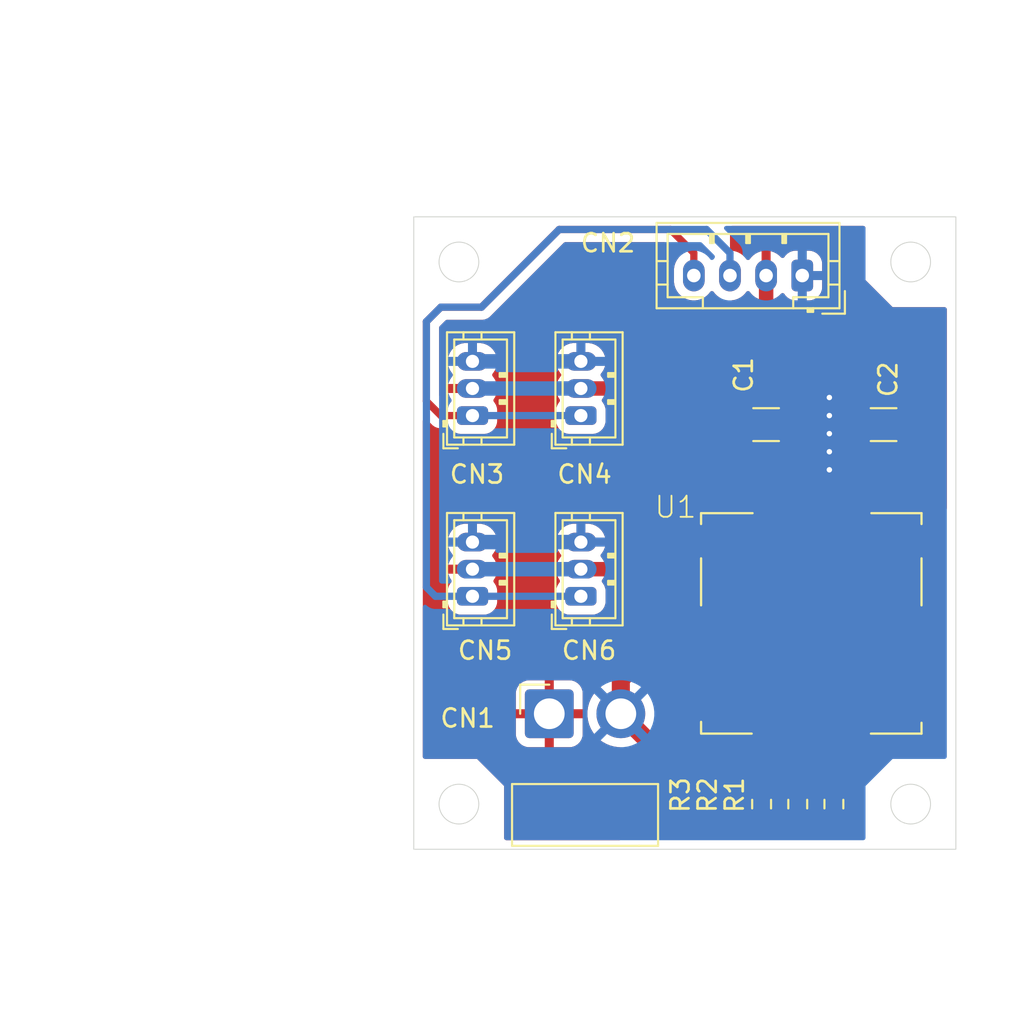
<source format=kicad_pcb>
(kicad_pcb (version 20241229) (generator "pcbnew") (generator_version "9.0")
  (layers (0 "F.Cu" signal) (2 "B.Cu" signal) (13 "F.Paste" user) (15 "B.Paste" user) (5 "F.SilkS" user "F.Silkscreen") (7 "B.SilkS" user "B.Silkscreen") (1 "F.Mask" user) (3 "B.Mask" user) (25 "Edge.Cuts" user))
  (net 0 "")
  (net 1 "GND")
  (net 2 "VM")
  (net 3 "5VM")
  (net 4 "/SERIAL1")
  (net 5 "/SERIAL2")
  (net 6 "Net-(U1-TRIM)")
  (net 7 "Net-(R1-Pad2)")
  (net 8 "Net-(R2-Pad2)")
  (footprint "Connector_JST:JST_ZH_B3B-ZR_1x03_P1.50mm_Vertical" (layer "F.Cu") (at 53.25 61 90)
    (property "Reference" "CN3" (at -3.25 0.25 0) (layer "F.SilkS"))
    (property "Value" "B3B-ZR")
    (fp_line (start -0.3 -1.61) (end -0.6 -1.61) (stroke (width 0.12)) (layer "F.SilkS"))
    (fp_line (start -0.6 -1.61) (end -0.6 -1.41) (stroke (width 0.12)) (layer "F.SilkS"))
    (fp_line (start -1.01 -1.61) (end -1.81 -1.61) (stroke (width 0.12)) (layer "F.SilkS"))
    (fp_line (start -1.81 -1.61) (end -1.81 -0.81) (stroke (width 0.12)) (layer "F.SilkS"))
    (fp_line (start -0.3 -1.51) (end -0.6 -1.51) (stroke (width 0.12)) (layer "F.SilkS"))
    (fp_line (start 4.61 -1.41) (end -1.61 -1.41) (stroke (width 0.12)) (layer "F.SilkS"))
    (fp_line (start -0.3 -1.41) (end -0.3 -1.61) (stroke (width 0.12)) (layer "F.SilkS"))
    (fp_line (start -1.61 -1.41) (end -1.61 2.31) (stroke (width 0.12)) (layer "F.SilkS"))
    (fp_line (start 4.21 -1.01) (end -1.21 -1.01) (stroke (width 0.12)) (layer "F.SilkS"))
    (fp_line (start -1.21 -1.01) (end -1.21 1.91) (stroke (width 0.12)) (layer "F.SilkS"))
    (fp_line (start 4.61 -0.5) (end 4.21 -0.5) (stroke (width 0.12)) (layer "F.SilkS"))
    (fp_line (start -1.61 -0.5) (end -1.21 -0.5) (stroke (width 0.12)) (layer "F.SilkS"))
    (fp_line (start 4.61 0.5) (end 4.21 0.5) (stroke (width 0.12)) (layer "F.SilkS"))
    (fp_line (start -1.61 0.5) (end -1.21 0.5) (stroke (width 0.12)) (layer "F.SilkS"))
    (fp_line (start 2.35 1.51) (end 2.35 1.91) (stroke (width 0.12)) (layer "F.SilkS"))
    (fp_line (start 2.15 1.51) (end 2.35 1.51) (stroke (width 0.12)) (layer "F.SilkS"))
    (fp_line (start 0.85 1.51) (end 0.85 1.91) (stroke (width 0.12)) (layer "F.SilkS"))
    (fp_line (start 0.65 1.51) (end 0.85 1.51) (stroke (width 0.12)) (layer "F.SilkS"))
    (fp_line (start 4.21 1.91) (end 4.21 -1.01) (stroke (width 0.12)) (layer "F.SilkS"))
    (fp_line (start 2.25 1.91) (end 2.25 1.51) (stroke (width 0.12)) (layer "F.SilkS"))
    (fp_line (start 2.15 1.91) (end 2.15 1.51) (stroke (width 0.12)) (layer "F.SilkS"))
    (fp_line (start 0.75 1.91) (end 0.75 1.51) (stroke (width 0.12)) (layer "F.SilkS"))
    (fp_line (start 0.65 1.91) (end 0.65 1.51) (stroke (width 0.12)) (layer "F.SilkS"))
    (fp_line (start -1.21 1.91) (end 4.21 1.91) (stroke (width 0.12)) (layer "F.SilkS"))
    (fp_line (start 4.61 2.31) (end 4.61 -1.41) (stroke (width 0.12)) (layer "F.SilkS"))
    (fp_line (start -1.61 2.31) (end 4.61 2.31) (stroke (width 0.12)) (layer "F.SilkS"))
    (pad "1" thru_hole roundrect (at 0 0 90) (size 1.03 1.73) (drill 0.73) (layers "*.Cu" "*.Mask") (roundrect_rratio 0.242718) (net 4 "/SERIAL1"))
    (pad "2" thru_hole oval (at 1.5 0 90) (size 1.03 1.73) (drill 0.73) (layers "*.Cu" "*.Mask") (net 2 "VM"))
    (pad "3" thru_hole oval (at 3 0 90) (size 1.03 1.73) (drill 0.73) (layers "*.Cu" "*.Mask") (net 1 "GND"))
  )
  (footprint "Connector_JST:JST_ZH_B3B-ZR_1x03_P1.50mm_Vertical" (layer "F.Cu") (at 59.25 71 90)
    (property "Reference" "CN6" (at -3 0.45 0) (layer "F.SilkS"))
    (property "Value" "B3B-ZR")
    (fp_line (start -0.3 -1.61) (end -0.6 -1.61) (stroke (width 0.12)) (layer "F.SilkS"))
    (fp_line (start -0.6 -1.61) (end -0.6 -1.41) (stroke (width 0.12)) (layer "F.SilkS"))
    (fp_line (start -1.01 -1.61) (end -1.81 -1.61) (stroke (width 0.12)) (layer "F.SilkS"))
    (fp_line (start -1.81 -1.61) (end -1.81 -0.81) (stroke (width 0.12)) (layer "F.SilkS"))
    (fp_line (start -0.3 -1.51) (end -0.6 -1.51) (stroke (width 0.12)) (layer "F.SilkS"))
    (fp_line (start 4.61 -1.41) (end -1.61 -1.41) (stroke (width 0.12)) (layer "F.SilkS"))
    (fp_line (start -0.3 -1.41) (end -0.3 -1.61) (stroke (width 0.12)) (layer "F.SilkS"))
    (fp_line (start -1.61 -1.41) (end -1.61 2.31) (stroke (width 0.12)) (layer "F.SilkS"))
    (fp_line (start 4.21 -1.01) (end -1.21 -1.01) (stroke (width 0.12)) (layer "F.SilkS"))
    (fp_line (start -1.21 -1.01) (end -1.21 1.91) (stroke (width 0.12)) (layer "F.SilkS"))
    (fp_line (start 4.61 -0.5) (end 4.21 -0.5) (stroke (width 0.12)) (layer "F.SilkS"))
    (fp_line (start -1.61 -0.5) (end -1.21 -0.5) (stroke (width 0.12)) (layer "F.SilkS"))
    (fp_line (start 4.61 0.5) (end 4.21 0.5) (stroke (width 0.12)) (layer "F.SilkS"))
    (fp_line (start -1.61 0.5) (end -1.21 0.5) (stroke (width 0.12)) (layer "F.SilkS"))
    (fp_line (start 2.35 1.51) (end 2.35 1.91) (stroke (width 0.12)) (layer "F.SilkS"))
    (fp_line (start 2.15 1.51) (end 2.35 1.51) (stroke (width 0.12)) (layer "F.SilkS"))
    (fp_line (start 0.85 1.51) (end 0.85 1.91) (stroke (width 0.12)) (layer "F.SilkS"))
    (fp_line (start 0.65 1.51) (end 0.85 1.51) (stroke (width 0.12)) (layer "F.SilkS"))
    (fp_line (start 4.21 1.91) (end 4.21 -1.01) (stroke (width 0.12)) (layer "F.SilkS"))
    (fp_line (start 2.25 1.91) (end 2.25 1.51) (stroke (width 0.12)) (layer "F.SilkS"))
    (fp_line (start 2.15 1.91) (end 2.15 1.51) (stroke (width 0.12)) (layer "F.SilkS"))
    (fp_line (start 0.75 1.91) (end 0.75 1.51) (stroke (width 0.12)) (layer "F.SilkS"))
    (fp_line (start 0.65 1.91) (end 0.65 1.51) (stroke (width 0.12)) (layer "F.SilkS"))
    (fp_line (start -1.21 1.91) (end 4.21 1.91) (stroke (width 0.12)) (layer "F.SilkS"))
    (fp_line (start 4.61 2.31) (end 4.61 -1.41) (stroke (width 0.12)) (layer "F.SilkS"))
    (fp_line (start -1.61 2.31) (end 4.61 2.31) (stroke (width 0.12)) (layer "F.SilkS"))
    (pad "1" thru_hole roundrect (at 0 0 90) (size 1.03 1.73) (drill 0.73) (layers "*.Cu" "*.Mask") (roundrect_rratio 0.242718) (net 5 "/SERIAL2"))
    (pad "2" thru_hole oval (at 1.5 0 90) (size 1.03 1.73) (drill 0.73) (layers "*.Cu" "*.Mask") (net 2 "VM"))
    (pad "3" thru_hole oval (at 3 0 90) (size 1.03 1.73) (drill 0.73) (layers "*.Cu" "*.Mask") (net 1 "GND"))
  )
  (footprint "Capacitor_SMD:C_1206_3216Metric" (layer "F.Cu") (at 69.5 61.5)
    (property "Reference" "C1" (at -1.25 -2.75 90) (layer "F.SilkS"))
    (property "Value" "100u")
    (fp_line (start -0.711252 -0.91) (end 0.711252 -0.91) (stroke (width 0.12)) (layer "F.SilkS"))
    (fp_line (start -0.711252 0.91) (end 0.711252 0.91) (stroke (width 0.12)) (layer "F.SilkS"))
    (pad "1" smd roundrect (at -1.475 0) (size 1.15 1.8) (layers "F.Cu" "F.Mask" "F.Paste") (roundrect_rratio 0.217391) (net 2 "VM"))
    (pad "2" smd roundrect (at 1.475 0) (size 1.15 1.8) (layers "F.Cu" "F.Mask" "F.Paste") (roundrect_rratio 0.217391) (net 1 "GND"))
  )
  (footprint "Connector_JST:JST_VH_B2PS-VH_1x02_P3.96mm_Horizontal" (layer "F.Cu") (at 57.5 77.5)
    (property "Reference" "CN1" (at -4.52 0.25 0) (layer "F.SilkS"))
    (property "Value" "B2PS-VH")
    (fp_line (start -2.06 3.89) (end 6.02 3.89) (stroke (width 0.12)) (layer "F.SilkS"))
    (fp_line (start -2.06 7.31) (end -2.06 3.89) (stroke (width 0.12)) (layer "F.SilkS"))
    (fp_line (start -1.61 -1.61) (end -1.61 0) (stroke (width 0.12)) (layer "F.SilkS"))
    (fp_line (start 0 -1.61) (end -1.61 -1.61) (stroke (width 0.12)) (layer "F.SilkS"))
    (fp_line (start 4.97 7.31) (end -2.06 7.31) (stroke (width 0.12)) (layer "F.SilkS"))
    (fp_line (start 6.02 3.89) (end 6.02 7.31) (stroke (width 0.12)) (layer "F.SilkS"))
    (fp_line (start 6.02 7.31) (end 4.97 7.31) (stroke (width 0.12)) (layer "F.SilkS"))
    (pad "1" thru_hole roundrect (at 0 0) (size 2.7 2.7) (drill 1.7) (layers "*.Cu" "*.Mask") (roundrect_rratio 0.092593) (net 2 "VM"))
    (pad "2" thru_hole circle (at 3.96 0) (size 2.7 2.7) (drill 1.7) (layers "*.Cu" "*.Mask") (net 1 "GND"))
  )
  (footprint "Capacitor_SMD:C_1206_3216Metric" (layer "F.Cu") (at 76 61.5 180)
    (property "Reference" "C2" (at -0.25 2.5 90) (layer "F.SilkS"))
    (property "Value" "100u")
    (fp_line (start -0.711252 0.91) (end 0.711252 0.91) (stroke (width 0.12)) (layer "F.SilkS"))
    (fp_line (start -0.711252 -0.91) (end 0.711252 -0.91) (stroke (width 0.12)) (layer "F.SilkS"))
    (pad "1" smd roundrect (at -1.475 0 180) (size 1.15 1.8) (layers "F.Cu" "F.Mask" "F.Paste") (roundrect_rratio 0.217391) (net 3 "5VM"))
    (pad "2" smd roundrect (at 1.475 0 180) (size 1.15 1.8) (layers "F.Cu" "F.Mask" "F.Paste") (roundrect_rratio 0.217391) (net 1 "GND"))
  )
  (footprint "Connector_JST:JST_ZH_B3B-ZR_1x03_P1.50mm_Vertical" (layer "F.Cu") (at 53.25 71 90)
    (property "Reference" "CN5" (at -3 0.7 0) (layer "F.SilkS"))
    (property "Value" "B3B-ZR")
    (fp_line (start -0.3 -1.61) (end -0.6 -1.61) (stroke (width 0.12)) (layer "F.SilkS"))
    (fp_line (start -0.6 -1.61) (end -0.6 -1.41) (stroke (width 0.12)) (layer "F.SilkS"))
    (fp_line (start -1.01 -1.61) (end -1.81 -1.61) (stroke (width 0.12)) (layer "F.SilkS"))
    (fp_line (start -1.81 -1.61) (end -1.81 -0.81) (stroke (width 0.12)) (layer "F.SilkS"))
    (fp_line (start -0.3 -1.51) (end -0.6 -1.51) (stroke (width 0.12)) (layer "F.SilkS"))
    (fp_line (start 4.61 -1.41) (end -1.61 -1.41) (stroke (width 0.12)) (layer "F.SilkS"))
    (fp_line (start -0.3 -1.41) (end -0.3 -1.61) (stroke (width 0.12)) (layer "F.SilkS"))
    (fp_line (start -1.61 -1.41) (end -1.61 2.31) (stroke (width 0.12)) (layer "F.SilkS"))
    (fp_line (start 4.21 -1.01) (end -1.21 -1.01) (stroke (width 0.12)) (layer "F.SilkS"))
    (fp_line (start -1.21 -1.01) (end -1.21 1.91) (stroke (width 0.12)) (layer "F.SilkS"))
    (fp_line (start 4.61 -0.5) (end 4.21 -0.5) (stroke (width 0.12)) (layer "F.SilkS"))
    (fp_line (start -1.61 -0.5) (end -1.21 -0.5) (stroke (width 0.12)) (layer "F.SilkS"))
    (fp_line (start 4.61 0.5) (end 4.21 0.5) (stroke (width 0.12)) (layer "F.SilkS"))
    (fp_line (start -1.61 0.5) (end -1.21 0.5) (stroke (width 0.12)) (layer "F.SilkS"))
    (fp_line (start 2.35 1.51) (end 2.35 1.91) (stroke (width 0.12)) (layer "F.SilkS"))
    (fp_line (start 2.15 1.51) (end 2.35 1.51) (stroke (width 0.12)) (layer "F.SilkS"))
    (fp_line (start 0.85 1.51) (end 0.85 1.91) (stroke (width 0.12)) (layer "F.SilkS"))
    (fp_line (start 0.65 1.51) (end 0.85 1.51) (stroke (width 0.12)) (layer "F.SilkS"))
    (fp_line (start 4.21 1.91) (end 4.21 -1.01) (stroke (width 0.12)) (layer "F.SilkS"))
    (fp_line (start 2.25 1.91) (end 2.25 1.51) (stroke (width 0.12)) (layer "F.SilkS"))
    (fp_line (start 2.15 1.91) (end 2.15 1.51) (stroke (width 0.12)) (layer "F.SilkS"))
    (fp_line (start 0.75 1.91) (end 0.75 1.51) (stroke (width 0.12)) (layer "F.SilkS"))
    (fp_line (start 0.65 1.91) (end 0.65 1.51) (stroke (width 0.12)) (layer "F.SilkS"))
    (fp_line (start -1.21 1.91) (end 4.21 1.91) (stroke (width 0.12)) (layer "F.SilkS"))
    (fp_line (start 4.61 2.31) (end 4.61 -1.41) (stroke (width 0.12)) (layer "F.SilkS"))
    (fp_line (start -1.61 2.31) (end 4.61 2.31) (stroke (width 0.12)) (layer "F.SilkS"))
    (pad "1" thru_hole roundrect (at 0 0 90) (size 1.03 1.73) (drill 0.73) (layers "*.Cu" "*.Mask") (roundrect_rratio 0.242718) (net 5 "/SERIAL2"))
    (pad "2" thru_hole oval (at 1.5 0 90) (size 1.03 1.73) (drill 0.73) (layers "*.Cu" "*.Mask") (net 2 "VM"))
    (pad "3" thru_hole oval (at 3 0 90) (size 1.03 1.73) (drill 0.73) (layers "*.Cu" "*.Mask") (net 1 "GND"))
  )
  (footprint "Connector_JST:JST_PH_B4B-PH-K_1x04_P2.00mm_Vertical" (layer "F.Cu") (at 71.5 53.25 180)
    (property "Reference" "CN2" (at 10.75 1.8 0) (layer "F.SilkS"))
    (property "Value" "Grove")
    (fp_line (start 8.06 2.91) (end 8.06 -1.81) (stroke (width 0.12)) (layer "F.SilkS"))
    (fp_line (start 8.06 0.8) (end 7.45 0.8) (stroke (width 0.12)) (layer "F.SilkS"))
    (fp_line (start 8.06 -0.5) (end 7.45 -0.5) (stroke (width 0.12)) (layer "F.SilkS"))
    (fp_line (start 8.06 -1.81) (end -2.06 -1.81) (stroke (width 0.12)) (layer "F.SilkS"))
    (fp_line (start 7.45 2.3) (end 7.45 -1.2) (stroke (width 0.12)) (layer "F.SilkS"))
    (fp_line (start 7.45 -1.2) (end 5.5 -1.2) (stroke (width 0.12)) (layer "F.SilkS"))
    (fp_line (start 5.5 -1.2) (end 5.5 -1.81) (stroke (width 0.12)) (layer "F.SilkS"))
    (fp_line (start 5.1 1.8) (end 5.1 2.3) (stroke (width 0.12)) (layer "F.SilkS"))
    (fp_line (start 5 2.3) (end 5 1.8) (stroke (width 0.12)) (layer "F.SilkS"))
    (fp_line (start 4.9 2.3) (end 4.9 1.8) (stroke (width 0.12)) (layer "F.SilkS"))
    (fp_line (start 4.9 1.8) (end 5.1 1.8) (stroke (width 0.12)) (layer "F.SilkS"))
    (fp_line (start 3.1 1.8) (end 3.1 2.3) (stroke (width 0.12)) (layer "F.SilkS"))
    (fp_line (start 3 2.3) (end 3 1.8) (stroke (width 0.12)) (layer "F.SilkS"))
    (fp_line (start 2.9 2.3) (end 2.9 1.8) (stroke (width 0.12)) (layer "F.SilkS"))
    (fp_line (start 2.9 1.8) (end 3.1 1.8) (stroke (width 0.12)) (layer "F.SilkS"))
    (fp_line (start 1.1 1.8) (end 1.1 2.3) (stroke (width 0.12)) (layer "F.SilkS"))
    (fp_line (start 1 2.3) (end 1 1.8) (stroke (width 0.12)) (layer "F.SilkS"))
    (fp_line (start 0.9 2.3) (end 0.9 1.8) (stroke (width 0.12)) (layer "F.SilkS"))
    (fp_line (start 0.9 1.8) (end 1.1 1.8) (stroke (width 0.12)) (layer "F.SilkS"))
    (fp_line (start 0.5 -1.2) (end -1.45 -1.2) (stroke (width 0.12)) (layer "F.SilkS"))
    (fp_line (start 0.5 -1.81) (end 0.5 -1.2) (stroke (width 0.12)) (layer "F.SilkS"))
    (fp_line (start -0.3 -1.81) (end -0.3 -2.01) (stroke (width 0.12)) (layer "F.SilkS"))
    (fp_line (start -0.3 -1.91) (end -0.6 -1.91) (stroke (width 0.12)) (layer "F.SilkS"))
    (fp_line (start -0.3 -2.01) (end -0.6 -2.01) (stroke (width 0.12)) (layer "F.SilkS"))
    (fp_line (start -0.6 -2.01) (end -0.6 -1.81) (stroke (width 0.12)) (layer "F.SilkS"))
    (fp_line (start -1.11 -2.11) (end -2.36 -2.11) (stroke (width 0.12)) (layer "F.SilkS"))
    (fp_line (start -1.45 2.3) (end 7.45 2.3) (stroke (width 0.12)) (layer "F.SilkS"))
    (fp_line (start -1.45 -1.2) (end -1.45 2.3) (stroke (width 0.12)) (layer "F.SilkS"))
    (fp_line (start -2.06 2.91) (end 8.06 2.91) (stroke (width 0.12)) (layer "F.SilkS"))
    (fp_line (start -2.06 0.8) (end -1.45 0.8) (stroke (width 0.12)) (layer "F.SilkS"))
    (fp_line (start -2.06 -0.5) (end -1.45 -0.5) (stroke (width 0.12)) (layer "F.SilkS"))
    (fp_line (start -2.06 -1.81) (end -2.06 2.91) (stroke (width 0.12)) (layer "F.SilkS"))
    (fp_line (start -2.36 -2.11) (end -2.36 -0.86) (stroke (width 0.12)) (layer "F.SilkS"))
    (pad "1" thru_hole roundrect (at 0 0 180) (size 1.2 1.75) (drill 0.75) (layers "*.Cu" "*.Mask") (roundrect_rratio 0.208333) (net 1 "GND"))
    (pad "2" thru_hole oval (at 2 0 180) (size 1.2 1.75) (drill 0.75) (layers "*.Cu" "*.Mask") (net 3 "5VM"))
    (pad "3" thru_hole oval (at 4 0 180) (size 1.2 1.75) (drill 0.75) (layers "*.Cu" "*.Mask") (net 5 "/SERIAL2"))
    (pad "4" thru_hole oval (at 6 0 180) (size 1.2 1.75) (drill 0.75) (layers "*.Cu" "*.Mask") (net 4 "/SERIAL1"))
  )
  (footprint "Resistor_SMD:R_0603_1608Metric" (layer "F.Cu") (at 71.25 82.5 90)
    (property "Reference" "R2" (at 0.5 -5 90) (layer "F.SilkS"))
    (property "Value" "330")
    (fp_line (start -0.237258 -0.5225) (end 0.237258 -0.5225) (stroke (width 0.12)) (layer "F.SilkS"))
    (fp_line (start -0.237258 0.5225) (end 0.237258 0.5225) (stroke (width 0.12)) (layer "F.SilkS"))
    (pad "1" smd roundrect (at -0.825 0 90) (size 0.8 0.95) (layers "F.Cu" "F.Mask" "F.Paste") (net 7 "Net-(R1-Pad2)"))
    (pad "2" smd roundrect (at 0.825 0 90) (size 0.8 0.95) (layers "F.Cu" "F.Mask" "F.Paste") (net 8 "Net-(R2-Pad2)"))
  )
  (footprint "Resistor_SMD:R_0603_1608Metric" (layer "F.Cu") (at 69.25 82.5 -90)
    (property "Reference" "R3" (at -0.5 4.5 90) (layer "F.SilkS"))
    (property "Value" "10")
    (fp_line (start -0.237258 0.5225) (end 0.237258 0.5225) (stroke (width 0.12)) (layer "F.SilkS"))
    (fp_line (start -0.237258 -0.5225) (end 0.237258 -0.5225) (stroke (width 0.12)) (layer "F.SilkS"))
    (pad "1" smd roundrect (at -0.825 0 270) (size 0.8 0.95) (layers "F.Cu" "F.Mask" "F.Paste") (net 8 "Net-(R2-Pad2)"))
    (pad "2" smd roundrect (at 0.825 0 270) (size 0.8 0.95) (layers "F.Cu" "F.Mask" "F.Paste") (net 1 "GND"))
  )
  (footprint "Connector_JST:JST_ZH_B3B-ZR_1x03_P1.50mm_Vertical" (layer "F.Cu") (at 59.25 61 90)
    (property "Reference" "CN4" (at -3.25 0.2 0) (layer "F.SilkS"))
    (property "Value" "B3B-ZR")
    (fp_line (start -0.3 -1.61) (end -0.6 -1.61) (stroke (width 0.12)) (layer "F.SilkS"))
    (fp_line (start -0.6 -1.61) (end -0.6 -1.41) (stroke (width 0.12)) (layer "F.SilkS"))
    (fp_line (start -1.01 -1.61) (end -1.81 -1.61) (stroke (width 0.12)) (layer "F.SilkS"))
    (fp_line (start -1.81 -1.61) (end -1.81 -0.81) (stroke (width 0.12)) (layer "F.SilkS"))
    (fp_line (start -0.3 -1.51) (end -0.6 -1.51) (stroke (width 0.12)) (layer "F.SilkS"))
    (fp_line (start 4.61 -1.41) (end -1.61 -1.41) (stroke (width 0.12)) (layer "F.SilkS"))
    (fp_line (start -0.3 -1.41) (end -0.3 -1.61) (stroke (width 0.12)) (layer "F.SilkS"))
    (fp_line (start -1.61 -1.41) (end -1.61 2.31) (stroke (width 0.12)) (layer "F.SilkS"))
    (fp_line (start 4.21 -1.01) (end -1.21 -1.01) (stroke (width 0.12)) (layer "F.SilkS"))
    (fp_line (start -1.21 -1.01) (end -1.21 1.91) (stroke (width 0.12)) (layer "F.SilkS"))
    (fp_line (start 4.61 -0.5) (end 4.21 -0.5) (stroke (width 0.12)) (layer "F.SilkS"))
    (fp_line (start -1.61 -0.5) (end -1.21 -0.5) (stroke (width 0.12)) (layer "F.SilkS"))
    (fp_line (start 4.61 0.5) (end 4.21 0.5) (stroke (width 0.12)) (layer "F.SilkS"))
    (fp_line (start -1.61 0.5) (end -1.21 0.5) (stroke (width 0.12)) (layer "F.SilkS"))
    (fp_line (start 2.35 1.51) (end 2.35 1.91) (stroke (width 0.12)) (layer "F.SilkS"))
    (fp_line (start 2.15 1.51) (end 2.35 1.51) (stroke (width 0.12)) (layer "F.SilkS"))
    (fp_line (start 0.85 1.51) (end 0.85 1.91) (stroke (width 0.12)) (layer "F.SilkS"))
    (fp_line (start 0.65 1.51) (end 0.85 1.51) (stroke (width 0.12)) (layer "F.SilkS"))
    (fp_line (start 4.21 1.91) (end 4.21 -1.01) (stroke (width 0.12)) (layer "F.SilkS"))
    (fp_line (start 2.25 1.91) (end 2.25 1.51) (stroke (width 0.12)) (layer "F.SilkS"))
    (fp_line (start 2.15 1.91) (end 2.15 1.51) (stroke (width 0.12)) (layer "F.SilkS"))
    (fp_line (start 0.75 1.91) (end 0.75 1.51) (stroke (width 0.12)) (layer "F.SilkS"))
    (fp_line (start 0.65 1.91) (end 0.65 1.51) (stroke (width 0.12)) (layer "F.SilkS"))
    (fp_line (start -1.21 1.91) (end 4.21 1.91) (stroke (width 0.12)) (layer "F.SilkS"))
    (fp_line (start 4.61 2.31) (end 4.61 -1.41) (stroke (width 0.12)) (layer "F.SilkS"))
    (fp_line (start -1.61 2.31) (end 4.61 2.31) (stroke (width 0.12)) (layer "F.SilkS"))
    (pad "1" thru_hole roundrect (at 0 0 90) (size 1.03 1.73) (drill 0.73) (layers "*.Cu" "*.Mask") (roundrect_rratio 0.242718) (net 4 "/SERIAL1"))
    (pad "2" thru_hole oval (at 1.5 0 90) (size 1.03 1.73) (drill 0.73) (layers "*.Cu" "*.Mask") (net 2 "VM"))
    (pad "3" thru_hole oval (at 3 0 90) (size 1.03 1.73) (drill 0.73) (layers "*.Cu" "*.Mask") (net 1 "GND"))
  )
  (footprint "Resistor_SMD:R_0603_1608Metric" (layer "F.Cu") (at 73.25 82.5 -90)
    (property "Reference" "R1" (at -0.5 5.5 90) (layer "F.SilkS"))
    (property "Value" "1k")
    (fp_line (start -0.237258 0.5225) (end 0.237258 0.5225) (stroke (width 0.12)) (layer "F.SilkS"))
    (fp_line (start -0.237258 -0.5225) (end 0.237258 -0.5225) (stroke (width 0.12)) (layer "F.SilkS"))
    (pad "1" smd roundrect (at -0.825 0 270) (size 0.8 0.95) (layers "F.Cu" "F.Mask" "F.Paste") (net 6 "Net-(U1-TRIM)"))
    (pad "2" smd roundrect (at 0.825 0 270) (size 0.8 0.95) (layers "F.Cu" "F.Mask" "F.Paste") (net 7 "Net-(R1-Pad2)"))
  )
  (footprint "OKL_T6_W12N:OKL-T_X-WXXN" (layer "F.Cu") (at 72 72.5)
    (property "Reference" "U1" (at -8.75 -5.75 0) (layer "F.SilkS") (effects (font (size 1.1684 1.1684) (thickness 0.1016)) (justify left bottom)))
    (property "Value" "OKL-T/6-W12N")
    (fp_line (start -6.1 -6.1) (end -6.1 -5.5) (stroke (width 0.127)) (layer "F.SilkS"))
    (fp_line (start -6.1 -6.1) (end -3.25 -6.1) (stroke (width 0.127)) (layer "F.SilkS"))
    (fp_line (start -6.1 -3.6) (end -6.1 -1) (stroke (width 0.127)) (layer "F.SilkS"))
    (fp_line (start -6.1 5.45) (end -6.1 6.05) (stroke (width 0.127)) (layer "F.SilkS"))
    (fp_line (start -6.1 6.1) (end -3.3 6.1) (stroke (width 0.127)) (layer "F.SilkS"))
    (fp_line (start 3.3 6.1) (end 6.1 6.1) (stroke (width 0.127)) (layer "F.SilkS"))
    (fp_line (start 3.325 -6.1) (end 6.1 -6.1) (stroke (width 0.127)) (layer "F.SilkS"))
    (fp_line (start 6.1 -6.1) (end 6.1 -5.5) (stroke (width 0.127)) (layer "F.SilkS"))
    (fp_line (start 6.1 -3.6) (end 6.1 -1) (stroke (width 0.127)) (layer "F.SilkS"))
    (fp_line (start 6.1 5.5) (end 6.1 6.1) (stroke (width 0.127)) (layer "F.SilkS"))
    (pad "1" smd rect (at -5.6 0) (size 3 1.2) (layers "F.Cu" "F.Mask" "F.Paste") (net 1 "GND"))
    (pad "2" smd rect (at -5.6 -4.58) (size 3 1.2) (layers "F.Cu" "F.Mask" "F.Paste") (net 2 "VM"))
    (pad "2@2" smd rect (at -2.29 -5.48 90) (size 3 1.2) (layers "F.Cu" "F.Mask" "F.Paste") (net 2 "VM"))
    (pad "2@3" smd rect (at -3.545 -4.58) (size 3.91 1.77) (layers "F.Cu" "F.Mask" "F.Paste") (net 2 "VM"))
    (pad "3" smd rect (at 0 -5.48 90) (size 3 1.2) (layers "F.Cu" "F.Mask" "F.Paste") (net 1 "GND"))
    (pad "3@2" smd rect (at 2.29 -5.48 90) (size 3 1.2) (layers "F.Cu" "F.Mask" "F.Paste") (net 1 "GND"))
    (pad "3@3" smd rect (at 1.145 -4.58) (size 3.8 1.77) (layers "F.Cu" "F.Mask" "F.Paste") (net 1 "GND"))
    (pad "4" smd rect (at 5.6 -4.58) (size 3 1.2) (layers "F.Cu" "F.Mask" "F.Paste") (net 3 "5VM"))
    (pad "4@1" smd rect (at 4.74 -3.5825) (size 1.68 3.765) (layers "F.Cu" "F.Mask" "F.Paste") (net 3 "5VM"))
    (pad "5" smd rect (at 5.6 0) (size 3 1.2) (layers "F.Cu" "F.Mask" "F.Paste") (net 3 "5VM"))
    (pad "6" smd rect (at 5.6 4.58) (size 3 1.2) (layers "F.Cu" "F.Mask" "F.Paste") (net 6 "Net-(U1-TRIM)"))
    (pad "7" smd rect (at 0 5.48 90) (size 3 1.2) (layers "F.Cu" "F.Mask" "F.Paste") (net 1 "GND"))
    (pad "8" smd rect (at -2.29 5.48 90) (size 3 1.2) (layers "F.Cu" "F.Mask" "F.Paste"))
    (pad "9" smd rect (at -5.6 4.58) (size 3 1.2) (layers "F.Cu" "F.Mask" "F.Paste"))
    (pad "10" smd rect (at -5.6 2.29) (size 3 1.2) (layers "F.Cu" "F.Mask" "F.Paste"))
    (pad "11" smd rect (at 6.35 2.29) (size 1.5 1.2) (layers "F.Cu" "F.Mask" "F.Paste"))
    (pad "12" smd rect (at 2.29 5.48 90) (size 3 1.2) (layers "F.Cu" "F.Mask" "F.Paste"))
  )
  (gr_circle (center 52.5 82.5) (end 53.6 82.5) (stroke (width 0.05)) (fill no) (layer "Edge.Cuts"))
  (gr_circle (center 77.5 82.5) (end 78.6 82.5) (stroke (width 0.05)) (fill no) (layer "Edge.Cuts"))
  (gr_circle (center 77.5 52.5) (end 78.6 52.5) (stroke (width 0.05)) (fill no) (layer "Edge.Cuts"))
  (gr_rect (start 50 50) (end 80 85) (stroke (width 0.05)) (fill no) (layer "Edge.Cuts"))
  (gr_circle (center 52.5 52.5) (end 53.6 52.5) (stroke (width 0.05)) (fill no) (layer "Edge.Cuts"))
  (segment (start 61.46 77.5) (end 61.46 75.590812) (width 1) (layer "F.Cu") (net 1))
  (segment (start 67.5 82.5) (end 68.325 83.325) (width 0.6) (layer "F.Cu") (net 1))
  (segment (start 67.5 80.5) (end 67.5 82.5) (width 0.6) (layer "F.Cu") (net 1))
  (segment (start 74.29 63.235) (end 74.525 63) (width 0.8) (layer "F.Cu") (net 1))
  (segment (start 72 64.025) (end 70.975 63) (width 0.8) (layer "F.Cu") (net 1))
  (segment (start 61.46 77.5) (end 64.46 80.5) (width 1) (layer "F.Cu") (net 1))
  (segment (start 74.29 67.02) (end 74.29 63.235) (width 0.8) (layer "F.Cu") (net 1))
  (segment (start 61.46 75.590812) (end 64.550812 72.5) (width 1) (layer "F.Cu") (net 1))
  (segment (start 72 79.75) (end 71.25 80.5) (width 1) (layer "F.Cu") (net 1))
  (segment (start 64.550812 72.5) (end 66.4 72.5) (width 1) (layer "F.Cu") (net 1))
  (segment (start 66.5 80.5) (end 67.5 80.5) (width 1) (layer "F.Cu") (net 1))
  (segment (start 64.46 80.5) (end 66.5 80.5) (width 1) (layer "F.Cu") (net 1))
  (segment (start 70.975 61.5) (end 70.975 63) (width 0.8) (layer "F.Cu") (net 1))
  (segment (start 71.25 80.5) (end 67.5 80.5) (width 1) (layer "F.Cu") (net 1))
  (segment (start 72 77.98) (end 72 79.75) (width 1) (layer "F.Cu") (net 1))
  (segment (start 68.325 83.325) (end 69.25 83.325) (width 0.6) (layer "F.Cu") (net 1))
  (segment (start 74.525 61.5) (end 74.525 63) (width 0.8) (layer "F.Cu") (net 1))
  (segment (start 72 67.02) (end 72 64.025) (width 0.8) (layer "F.Cu") (net 1))
  (via (at 73 64) (size 0.6) (drill 0.3) (layers "F.Cu" "B.Cu") (net 1))
  (via (at 73 61) (size 0.6) (drill 0.3) (layers "F.Cu" "B.Cu") (net 1))
  (via (at 73 63) (size 0.6) (drill 0.3) (layers "F.Cu" "B.Cu") (net 1))
  (via (at 73 60) (size 0.6) (drill 0.3) (layers "F.Cu" "B.Cu") (net 1))
  (via (at 73 62) (size 0.6) (drill 0.3) (layers "F.Cu" "B.Cu") (net 1))
  (segment (start 59.25 68) (end 53.25 68) (width 0.8) (layer "B.Cu") (net 1))
  (segment (start 59.25 58) (end 53.25 58) (width 0.8) (layer "B.Cu") (net 1))
  (segment (start 68.025 61.5) (end 63 61.5) (width 0.8) (layer "F.Cu") (net 2))
  (segment (start 59.25 69.5) (end 62 69.5) (width 0.8) (layer "F.Cu") (net 2))
  (segment (start 63 61.5) (end 61 59.5) (width 0.8) (layer "F.Cu") (net 2))
  (segment (start 63.58 67.92) (end 66.4 67.92) (width 0.8) (layer "F.Cu") (net 2))
  (segment (start 68.025 63) (end 68.025 61.5) (width 0.8) (layer "F.Cu") (net 2))
  (segment (start 61 59.5) (end 59.25 59.5) (width 0.8) (layer "F.Cu") (net 2))
  (segment (start 69.71 67.02) (end 69.71 64.685) (width 0.8) (layer "F.Cu") (net 2))
  (segment (start 62 69.5) (end 63.58 67.92) (width 0.8) (layer "F.Cu") (net 2))
  (segment (start 69.71 64.685) (end 68.025 63) (width 0.8) (layer "F.Cu") (net 2))
  (segment (start 53.25 59.5) (end 59.25 59.5) (width 0.8) (layer "B.Cu") (net 2))
  (segment (start 53.25 69.5) (end 59.25 69.5) (width 0.8) (layer "B.Cu") (net 2))
  (segment (start 77.475 57.975) (end 76 56.5) (width 0.8) (layer "F.Cu") (net 3))
  (segment (start 77.605 67.925) (end 77.6 67.92) (width 0.8) (layer "F.Cu") (net 3))
  (segment (start 78.5 66.25) (end 77.475 65.225) (width 0.8) (layer "F.Cu") (net 3))
  (segment (start 76 56.5) (end 70.25 56.5) (width 0.8) (layer "F.Cu") (net 3))
  (segment (start 78.75 66.25) (end 78.5 66.25) (width 0.8) (layer "F.Cu") (net 3))
  (segment (start 69.5 55.75) (end 69.5 53.25) (width 0.8) (layer "F.Cu") (net 3))
  (segment (start 78.5 67.925) (end 77.605 67.925) (width 0.8) (layer "F.Cu") (net 3))
  (segment (start 77.67 67.85) (end 77.6 67.92) (width 0.8) (layer "F.Cu") (net 3))
  (segment (start 78.75 72.5) (end 78.75 67.925) (width 1) (layer "F.Cu") (net 3))
  (segment (start 70.25 56.5) (end 69.5 55.75) (width 0.8) (layer "F.Cu") (net 3))
  (segment (start 77.475 65.225) (end 77.475 57.975) (width 0.8) (layer "F.Cu") (net 3))
  (segment (start 78.5 67.85) (end 77.67 67.85) (width 0.8) (layer "F.Cu") (net 3))
  (segment (start 78 72.5) (end 77.6 72.5) (width 0.8) (layer "F.Cu") (net 3))
  (segment (start 78.75 67.85) (end 78.75 66.25) (width 0.8) (layer "F.Cu") (net 3))
  (segment (start 65.5 53.25) (end 65.5 52) (width 0.4) (layer "F.Cu") (net 4))
  (segment (start 51.5 55) (end 50.701 55.799) (width 0.4) (layer "F.Cu") (net 4))
  (segment (start 64.201 50.701) (end 58.049 50.701) (width 0.4) (layer "F.Cu") (net 4))
  (segment (start 58.049 50.701) (end 53.75 55) (width 0.4) (layer "F.Cu") (net 4))
  (segment (start 53.75 55) (end 51.5 55) (width 0.4) (layer "F.Cu") (net 4))
  (segment (start 65.5 52) (end 64.201 50.701) (width 0.4) (layer "F.Cu") (net 4))
  (segment (start 51.5 61) (end 53.25 61) (width 0.4) (layer "F.Cu") (net 4))
  (segment (start 50.701 60.201) (end 51.5 61) (width 0.4) (layer "F.Cu") (net 4))
  (segment (start 50.701 55.799) (end 50.701 60.201) (width 0.4) (layer "F.Cu") (net 4))
  (segment (start 53.25 61) (end 59.25 61) (width 0.4) (layer "B.Cu") (net 4))
  (segment (start 50.701 70.5) (end 50.701 55.799) (width 0.4) (layer "B.Cu") (net 5))
  (segment (start 50.701 55.799) (end 51.5 55) (width 0.4) (layer "B.Cu") (net 5))
  (segment (start 66.201 50.701) (end 67.5 52) (width 0.4) (layer "B.Cu") (net 5))
  (segment (start 58.049 50.701) (end 66.201 50.701) (width 0.4) (layer "B.Cu") (net 5))
  (segment (start 51.201 71) (end 50.701 70.5) (width 0.4) (layer "B.Cu") (net 5))
  (segment (start 59.25 71) (end 53.25 71) (width 0.4) (layer "B.Cu") (net 5))
  (segment (start 67.5 52) (end 67.5 53.25) (width 0.4) (layer "B.Cu") (net 5))
  (segment (start 53.25 71) (end 51.201 71) (width 0.4) (layer "B.Cu") (net 5))
  (segment (start 53.75 55) (end 58.049 50.701) (width 0.4) (layer "B.Cu") (net 5))
  (segment (start 51.5 55) (end 53.75 55) (width 0.4) (layer "B.Cu") (net 5))
  (segment (start 78.5 77.2) (end 78.5 79) (width 0.6) (layer "F.Cu") (net 6))
  (segment (start 73.825 81.675) (end 73.5 81.675) (width 0.6) (layer "F.Cu") (net 6))
  (segment (start 77.6 77.08) (end 78.38 77.08) (width 0.6) (layer "F.Cu") (net 6))
  (segment (start 78.38 77.08) (end 78.5 77.2) (width 0.6) (layer "F.Cu") (net 6))
  (segment (start 77.6 77.08) (end 77.6 77.1) (width 0.6) (layer "F.Cu") (net 6))
  (segment (start 78 79.5) (end 76 79.5) (width 0.6) (layer "F.Cu") (net 6))
  (segment (start 78.5 79) (end 78 79.5) (width 0.6) (layer "F.Cu") (net 6))
  (segment (start 76 79.5) (end 73.825 81.675) (width 0.6) (layer "F.Cu") (net 6))
  (segment (start 73.5 83.325) (end 71.5 83.325) (width 0.6) (layer "F.Cu") (net 7))
  (segment (start 71.5 81.675) (end 69.25 81.675) (width 0.6) (layer "F.Cu") (net 8))
  (zone (net 1) (net_name "GND") (layer "F.Cu") (priority 3) (connect_pads (clearance 0.5)) (min_thickness 0.25) (fill yes (thermal_gap 0.5) (thermal_bridge_width 0.5))
    (polygon (pts (xy 71 59) (xy 70.5 59.5) (xy 70.5 64) (xy 71.5 65) (xy 71.5 66.25) (xy 75 66.25) (xy 75 64) (xy 75 63) (xy 75 59.5) (xy 74.5 59)))
  )
  (zone (net 2) (net_name "VM") (layer "F.Cu") (priority 1) (connect_pads (clearance 0.5)) (min_thickness 0.25) (fill yes (thermal_gap 0.5) (thermal_bridge_width 0.5))
    (polygon (pts (xy 64.5 71.5) (xy 65.75 71.5) (xy 65.75 66.25) (xy 70 66.25) (xy 70 64.5) (xy 69.5 64) (xy 69.5 58) (xy 67 55.5) (xy 67 50) (xy 55 50) (xy 55 53.5) (xy 53.5 55) (xy 50 55) (xy 50 80) (xy 53.5 80) (xy 55 81.5) (xy 55 85) (xy 61.5 85) (xy 61.5 74.5)))
  )
  (zone (net 3) (net_name "5VM") (layer "F.Cu") (connect_pads (clearance 0.5)) (min_thickness 0.25) (fill yes (thermal_gap 0.5) (thermal_bridge_width 0.5))
    (polygon (pts (xy 80 55) (xy 76.5 55) (xy 75 53.5) (xy 75 50.75) (xy 75 50) (xy 67.5 50) (xy 67.5 55) (xy 70.5 58.25) (xy 74.75 58.25) (xy 75.5 59) (xy 75.5 66.25) (xy 80 66.25)))
  )
  (zone (net 1) (net_name "GND") (layer "B.Cu") (priority 2) (connect_pads (clearance 0.5)) (min_thickness 0.25) (fill yes (thermal_gap 0.5) (thermal_bridge_width 0.5))
    (polygon (pts (xy 75 50) (xy 55 50) (xy 55 53.5) (xy 53.5 55) (xy 50 55) (xy 50 80) (xy 53.5 80) (xy 55 81.5) (xy 55 85) (xy 75 85) (xy 75 81.5) (xy 76.5 80) (xy 80 80) (xy 80 55) (xy 76.5 55) (xy 75 53.5)))
  )
)
</source>
